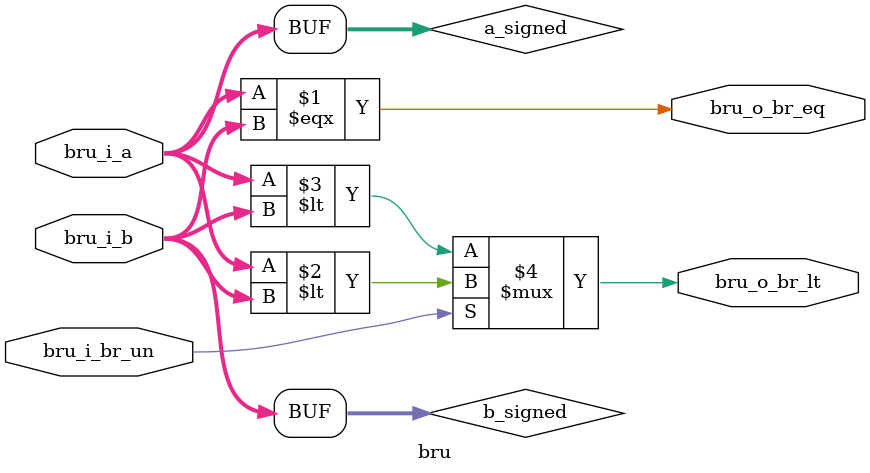
<source format=v>

module bru (
  input  [31:0] bru_i_a, 
  input  [31:0] bru_i_b,
  input         bru_i_br_un,
  output        bru_o_br_eq, 
  output        bru_o_br_lt
);

  wire signed [31:0] a_signed, b_signed;
  
  assign a_signed = bru_i_a;
  assign b_signed = bru_i_b;
  
  assign bru_o_br_eq = (bru_i_a === bru_i_b);
  assign bru_o_br_lt = bru_i_br_un ? (bru_i_a < bru_i_b) : (a_signed < b_signed);
  
endmodule

</source>
